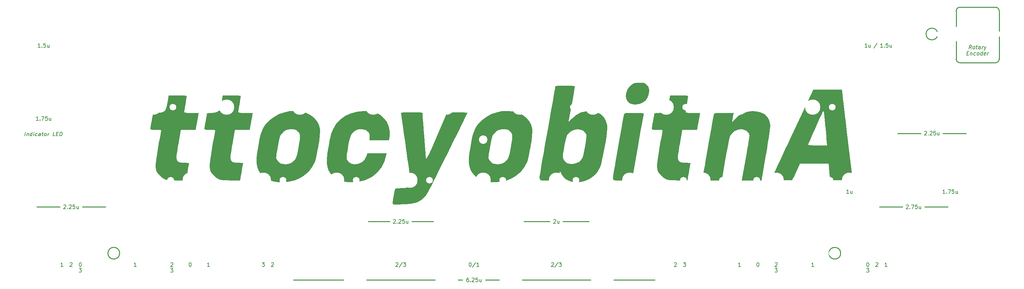
<source format=gbr>
G04 #@! TF.GenerationSoftware,KiCad,Pcbnew,(6.0.5)*
G04 #@! TF.CreationDate,2022-05-29T12:34:13-07:00*
G04 #@! TF.ProjectId,ttocyobItnA,74746f63-796f-4624-9974-6e412e6b6963,rev?*
G04 #@! TF.SameCoordinates,Original*
G04 #@! TF.FileFunction,Legend,Top*
G04 #@! TF.FilePolarity,Positive*
%FSLAX46Y46*%
G04 Gerber Fmt 4.6, Leading zero omitted, Abs format (unit mm)*
G04 Created by KiCad (PCBNEW (6.0.5)) date 2022-05-29 12:34:13*
%MOMM*%
%LPD*%
G01*
G04 APERTURE LIST*
%ADD10C,0.250000*%
%ADD11C,0.200000*%
%ADD12C,0.700000*%
%ADD13C,4.400000*%
%ADD14C,2.200000*%
%ADD15C,1.750000*%
%ADD16C,3.987800*%
%ADD17C,3.048000*%
%ADD18C,0.650000*%
%ADD19O,1.000000X1.600000*%
%ADD20O,1.000000X2.100000*%
G04 APERTURE END LIST*
D10*
X282506250Y-50000000D02*
G75*
G03*
X282506250Y-50000000I-1525000J0D01*
G01*
X272075000Y-75890000D02*
X278075000Y-75890000D01*
X185066250Y-98895000D02*
X191786350Y-98895000D01*
X257262500Y-107150000D02*
G75*
G03*
X257262500Y-107150000I-1525000J0D01*
G01*
X145775000Y-98895000D02*
X151305100Y-98895000D01*
X134432400Y-98895000D02*
X139962500Y-98895000D01*
X48237500Y-95085000D02*
X54237500Y-95085000D01*
X283887500Y-75890000D02*
X289887500Y-75890000D01*
X174443750Y-114135000D02*
X192256250Y-114135000D01*
X114912500Y-114135000D02*
X127962500Y-114135000D01*
X69762500Y-107150000D02*
G75*
G03*
X69762500Y-107150000I-1525000J0D01*
G01*
X165825000Y-77500000D02*
G75*
G03*
X165825000Y-77500000I-1525000J0D01*
G01*
X279125000Y-95085000D02*
X285125000Y-95085000D01*
X158918750Y-114135000D02*
X157775000Y-114135000D01*
X133962500Y-114135000D02*
X151775000Y-114135000D01*
X198256250Y-114135000D02*
X208925000Y-114135000D01*
X60050000Y-95085000D02*
X66050000Y-95085000D01*
X267312500Y-95085000D02*
X273312500Y-95085000D01*
X164918750Y-114135000D02*
X168443750Y-114135000D01*
X174913650Y-98895000D02*
X181553750Y-98895000D01*
D11*
X266765178Y-52404761D02*
X265908035Y-53690476D01*
X240214285Y-109697619D02*
X240261904Y-109650000D01*
X240357142Y-109602380D01*
X240595238Y-109602380D01*
X240690476Y-109650000D01*
X240738095Y-109697619D01*
X240785714Y-109792857D01*
X240785714Y-109888095D01*
X240738095Y-110030952D01*
X240166666Y-110602380D01*
X240785714Y-110602380D01*
X279052678Y-75437619D02*
X279100297Y-75390000D01*
X279195535Y-75342380D01*
X279433630Y-75342380D01*
X279528869Y-75390000D01*
X279576488Y-75437619D01*
X279624107Y-75532857D01*
X279624107Y-75628095D01*
X279576488Y-75770952D01*
X279005059Y-76342380D01*
X279624107Y-76342380D01*
X280052678Y-76247142D02*
X280100297Y-76294761D01*
X280052678Y-76342380D01*
X280005059Y-76294761D01*
X280052678Y-76247142D01*
X280052678Y-76342380D01*
X280481250Y-75437619D02*
X280528869Y-75390000D01*
X280624107Y-75342380D01*
X280862202Y-75342380D01*
X280957440Y-75390000D01*
X281005059Y-75437619D01*
X281052678Y-75532857D01*
X281052678Y-75628095D01*
X281005059Y-75770952D01*
X280433630Y-76342380D01*
X281052678Y-76342380D01*
X281957440Y-75342380D02*
X281481250Y-75342380D01*
X281433630Y-75818571D01*
X281481250Y-75770952D01*
X281576488Y-75723333D01*
X281814583Y-75723333D01*
X281909821Y-75770952D01*
X281957440Y-75818571D01*
X282005059Y-75913809D01*
X282005059Y-76151904D01*
X281957440Y-76247142D01*
X281909821Y-76294761D01*
X281814583Y-76342380D01*
X281576488Y-76342380D01*
X281481250Y-76294761D01*
X281433630Y-76247142D01*
X282862202Y-75675714D02*
X282862202Y-76342380D01*
X282433630Y-75675714D02*
X282433630Y-76199523D01*
X282481250Y-76294761D01*
X282576488Y-76342380D01*
X282719345Y-76342380D01*
X282814583Y-76294761D01*
X282862202Y-76247142D01*
X291221398Y-53894330D02*
X290947589Y-53418140D01*
X290649970Y-53894330D02*
X290774970Y-52894330D01*
X291155922Y-52894330D01*
X291245208Y-52941950D01*
X291286875Y-52989569D01*
X291322589Y-53084807D01*
X291304732Y-53227664D01*
X291245208Y-53322902D01*
X291191636Y-53370521D01*
X291090446Y-53418140D01*
X290709494Y-53418140D01*
X291792827Y-53894330D02*
X291703541Y-53846711D01*
X291661875Y-53799092D01*
X291626160Y-53703854D01*
X291661875Y-53418140D01*
X291721398Y-53322902D01*
X291774970Y-53275283D01*
X291876160Y-53227664D01*
X292019017Y-53227664D01*
X292108303Y-53275283D01*
X292149970Y-53322902D01*
X292185684Y-53418140D01*
X292149970Y-53703854D01*
X292090446Y-53799092D01*
X292036875Y-53846711D01*
X291935684Y-53894330D01*
X291792827Y-53894330D01*
X292495208Y-53227664D02*
X292876160Y-53227664D01*
X292679732Y-52894330D02*
X292572589Y-53751473D01*
X292608303Y-53846711D01*
X292697589Y-53894330D01*
X292792827Y-53894330D01*
X293554732Y-53894330D02*
X293620208Y-53370521D01*
X293584494Y-53275283D01*
X293495208Y-53227664D01*
X293304732Y-53227664D01*
X293203541Y-53275283D01*
X293560684Y-53846711D02*
X293459494Y-53894330D01*
X293221398Y-53894330D01*
X293132113Y-53846711D01*
X293096398Y-53751473D01*
X293108303Y-53656235D01*
X293167827Y-53560997D01*
X293269017Y-53513378D01*
X293507113Y-53513378D01*
X293608303Y-53465759D01*
X294030922Y-53894330D02*
X294114255Y-53227664D01*
X294090446Y-53418140D02*
X294149970Y-53322902D01*
X294203541Y-53275283D01*
X294304732Y-53227664D01*
X294399970Y-53227664D01*
X294638065Y-53227664D02*
X294792827Y-53894330D01*
X295114255Y-53227664D02*
X294792827Y-53894330D01*
X294667827Y-54132426D01*
X294614255Y-54180045D01*
X294513065Y-54227664D01*
X290120208Y-54980521D02*
X290453541Y-54980521D01*
X290530922Y-55504330D02*
X290054732Y-55504330D01*
X290179732Y-54504330D01*
X290655922Y-54504330D01*
X291042827Y-54837664D02*
X290959494Y-55504330D01*
X291030922Y-54932902D02*
X291084494Y-54885283D01*
X291185684Y-54837664D01*
X291328541Y-54837664D01*
X291417827Y-54885283D01*
X291453541Y-54980521D01*
X291388065Y-55504330D01*
X292298779Y-55456711D02*
X292197589Y-55504330D01*
X292007113Y-55504330D01*
X291917827Y-55456711D01*
X291876160Y-55409092D01*
X291840446Y-55313854D01*
X291876160Y-55028140D01*
X291935684Y-54932902D01*
X291989255Y-54885283D01*
X292090446Y-54837664D01*
X292280922Y-54837664D01*
X292370208Y-54885283D01*
X292864255Y-55504330D02*
X292774970Y-55456711D01*
X292733303Y-55409092D01*
X292697589Y-55313854D01*
X292733303Y-55028140D01*
X292792827Y-54932902D01*
X292846398Y-54885283D01*
X292947589Y-54837664D01*
X293090446Y-54837664D01*
X293179732Y-54885283D01*
X293221398Y-54932902D01*
X293257113Y-55028140D01*
X293221398Y-55313854D01*
X293161875Y-55409092D01*
X293108303Y-55456711D01*
X293007113Y-55504330D01*
X292864255Y-55504330D01*
X294054732Y-55504330D02*
X294179732Y-54504330D01*
X294060684Y-55456711D02*
X293959494Y-55504330D01*
X293769017Y-55504330D01*
X293679732Y-55456711D01*
X293638065Y-55409092D01*
X293602351Y-55313854D01*
X293638065Y-55028140D01*
X293697589Y-54932902D01*
X293751160Y-54885283D01*
X293852351Y-54837664D01*
X294042827Y-54837664D01*
X294132113Y-54885283D01*
X294917827Y-55456711D02*
X294816636Y-55504330D01*
X294626160Y-55504330D01*
X294536875Y-55456711D01*
X294501160Y-55361473D01*
X294548779Y-54980521D01*
X294608303Y-54885283D01*
X294709494Y-54837664D01*
X294899970Y-54837664D01*
X294989255Y-54885283D01*
X295024970Y-54980521D01*
X295013065Y-55075759D01*
X294524970Y-55170997D01*
X295388065Y-55504330D02*
X295471398Y-54837664D01*
X295447589Y-55028140D02*
X295507113Y-54932902D01*
X295560684Y-54885283D01*
X295661875Y-54837664D01*
X295757113Y-54837664D01*
X56858035Y-109697619D02*
X56905654Y-109650000D01*
X57000892Y-109602380D01*
X57238988Y-109602380D01*
X57334226Y-109650000D01*
X57381845Y-109697619D01*
X57429464Y-109792857D01*
X57429464Y-109888095D01*
X57381845Y-110030952D01*
X56810416Y-110602380D01*
X57429464Y-110602380D01*
X88052380Y-109602380D02*
X88147619Y-109602380D01*
X88242857Y-109650000D01*
X88290476Y-109697619D01*
X88338095Y-109792857D01*
X88385714Y-109983333D01*
X88385714Y-110221428D01*
X88338095Y-110411904D01*
X88290476Y-110507142D01*
X88242857Y-110554761D01*
X88147619Y-110602380D01*
X88052380Y-110602380D01*
X87957142Y-110554761D01*
X87909523Y-110507142D01*
X87861904Y-110411904D01*
X87814285Y-110221428D01*
X87814285Y-109983333D01*
X87861904Y-109792857D01*
X87909523Y-109697619D01*
X87957142Y-109650000D01*
X88052380Y-109602380D01*
X160466369Y-113587380D02*
X160275892Y-113587380D01*
X160180654Y-113635000D01*
X160133035Y-113682619D01*
X160037797Y-113825476D01*
X159990178Y-114015952D01*
X159990178Y-114396904D01*
X160037797Y-114492142D01*
X160085416Y-114539761D01*
X160180654Y-114587380D01*
X160371130Y-114587380D01*
X160466369Y-114539761D01*
X160513988Y-114492142D01*
X160561607Y-114396904D01*
X160561607Y-114158809D01*
X160513988Y-114063571D01*
X160466369Y-114015952D01*
X160371130Y-113968333D01*
X160180654Y-113968333D01*
X160085416Y-114015952D01*
X160037797Y-114063571D01*
X159990178Y-114158809D01*
X160990178Y-114492142D02*
X161037797Y-114539761D01*
X160990178Y-114587380D01*
X160942559Y-114539761D01*
X160990178Y-114492142D01*
X160990178Y-114587380D01*
X161418750Y-113682619D02*
X161466369Y-113635000D01*
X161561607Y-113587380D01*
X161799702Y-113587380D01*
X161894940Y-113635000D01*
X161942559Y-113682619D01*
X161990178Y-113777857D01*
X161990178Y-113873095D01*
X161942559Y-114015952D01*
X161371130Y-114587380D01*
X161990178Y-114587380D01*
X162894940Y-113587380D02*
X162418750Y-113587380D01*
X162371130Y-114063571D01*
X162418750Y-114015952D01*
X162513988Y-113968333D01*
X162752083Y-113968333D01*
X162847321Y-114015952D01*
X162894940Y-114063571D01*
X162942559Y-114158809D01*
X162942559Y-114396904D01*
X162894940Y-114492142D01*
X162847321Y-114539761D01*
X162752083Y-114587380D01*
X162513988Y-114587380D01*
X162418750Y-114539761D01*
X162371130Y-114492142D01*
X163799702Y-113920714D02*
X163799702Y-114587380D01*
X163371130Y-113920714D02*
X163371130Y-114444523D01*
X163418750Y-114539761D01*
X163513988Y-114587380D01*
X163656845Y-114587380D01*
X163752083Y-114539761D01*
X163799702Y-114492142D01*
X55215178Y-94632619D02*
X55262797Y-94585000D01*
X55358035Y-94537380D01*
X55596130Y-94537380D01*
X55691369Y-94585000D01*
X55738988Y-94632619D01*
X55786607Y-94727857D01*
X55786607Y-94823095D01*
X55738988Y-94965952D01*
X55167559Y-95537380D01*
X55786607Y-95537380D01*
X56215178Y-95442142D02*
X56262797Y-95489761D01*
X56215178Y-95537380D01*
X56167559Y-95489761D01*
X56215178Y-95442142D01*
X56215178Y-95537380D01*
X56643750Y-94632619D02*
X56691369Y-94585000D01*
X56786607Y-94537380D01*
X57024702Y-94537380D01*
X57119940Y-94585000D01*
X57167559Y-94632619D01*
X57215178Y-94727857D01*
X57215178Y-94823095D01*
X57167559Y-94965952D01*
X56596130Y-95537380D01*
X57215178Y-95537380D01*
X58119940Y-94537380D02*
X57643750Y-94537380D01*
X57596130Y-95013571D01*
X57643750Y-94965952D01*
X57738988Y-94918333D01*
X57977083Y-94918333D01*
X58072321Y-94965952D01*
X58119940Y-95013571D01*
X58167559Y-95108809D01*
X58167559Y-95346904D01*
X58119940Y-95442142D01*
X58072321Y-95489761D01*
X57977083Y-95537380D01*
X57738988Y-95537380D01*
X57643750Y-95489761D01*
X57596130Y-95442142D01*
X59024702Y-94870714D02*
X59024702Y-95537380D01*
X58596130Y-94870714D02*
X58596130Y-95394523D01*
X58643750Y-95489761D01*
X58738988Y-95537380D01*
X58881845Y-95537380D01*
X58977083Y-95489761D01*
X59024702Y-95442142D01*
X83004166Y-111102380D02*
X83623214Y-111102380D01*
X83289880Y-111483333D01*
X83432738Y-111483333D01*
X83527976Y-111530952D01*
X83575595Y-111578571D01*
X83623214Y-111673809D01*
X83623214Y-111911904D01*
X83575595Y-112007142D01*
X83527976Y-112054761D01*
X83432738Y-112102380D01*
X83147023Y-112102380D01*
X83051785Y-112054761D01*
X83004166Y-112007142D01*
X268194047Y-53452380D02*
X267622619Y-53452380D01*
X267908333Y-53452380D02*
X267908333Y-52452380D01*
X267813095Y-52595238D01*
X267717857Y-52690476D01*
X267622619Y-52738095D01*
X268622619Y-53357142D02*
X268670238Y-53404761D01*
X268622619Y-53452380D01*
X268575000Y-53404761D01*
X268622619Y-53357142D01*
X268622619Y-53452380D01*
X269575000Y-52452380D02*
X269098809Y-52452380D01*
X269051190Y-52928571D01*
X269098809Y-52880952D01*
X269194047Y-52833333D01*
X269432142Y-52833333D01*
X269527380Y-52880952D01*
X269575000Y-52928571D01*
X269622619Y-53023809D01*
X269622619Y-53261904D01*
X269575000Y-53357142D01*
X269527380Y-53404761D01*
X269432142Y-53452380D01*
X269194047Y-53452380D01*
X269098809Y-53404761D01*
X269051190Y-53357142D01*
X270479761Y-52785714D02*
X270479761Y-53452380D01*
X270051190Y-52785714D02*
X270051190Y-53309523D01*
X270098809Y-53404761D01*
X270194047Y-53452380D01*
X270336904Y-53452380D01*
X270432142Y-53404761D01*
X270479761Y-53357142D01*
X231260714Y-110602380D02*
X230689285Y-110602380D01*
X230975000Y-110602380D02*
X230975000Y-109602380D01*
X230879761Y-109745238D01*
X230784523Y-109840476D01*
X230689285Y-109888095D01*
X216354166Y-109602380D02*
X216973214Y-109602380D01*
X216639880Y-109983333D01*
X216782738Y-109983333D01*
X216877976Y-110030952D01*
X216925595Y-110078571D01*
X216973214Y-110173809D01*
X216973214Y-110411904D01*
X216925595Y-110507142D01*
X216877976Y-110554761D01*
X216782738Y-110602380D01*
X216497023Y-110602380D01*
X216401785Y-110554761D01*
X216354166Y-110507142D01*
X266408035Y-109697619D02*
X266455654Y-109650000D01*
X266550892Y-109602380D01*
X266788988Y-109602380D01*
X266884226Y-109650000D01*
X266931845Y-109697619D01*
X266979464Y-109792857D01*
X266979464Y-109888095D01*
X266931845Y-110030952D01*
X266360416Y-110602380D01*
X266979464Y-110602380D01*
X235689880Y-109602380D02*
X235785119Y-109602380D01*
X235880357Y-109650000D01*
X235927976Y-109697619D01*
X235975595Y-109792857D01*
X236023214Y-109983333D01*
X236023214Y-110221428D01*
X235975595Y-110411904D01*
X235927976Y-110507142D01*
X235880357Y-110554761D01*
X235785119Y-110602380D01*
X235689880Y-110602380D01*
X235594642Y-110554761D01*
X235547023Y-110507142D01*
X235499404Y-110411904D01*
X235451785Y-110221428D01*
X235451785Y-109983333D01*
X235499404Y-109792857D01*
X235547023Y-109697619D01*
X235594642Y-109650000D01*
X235689880Y-109602380D01*
X274290178Y-94632619D02*
X274337797Y-94585000D01*
X274433035Y-94537380D01*
X274671130Y-94537380D01*
X274766369Y-94585000D01*
X274813988Y-94632619D01*
X274861607Y-94727857D01*
X274861607Y-94823095D01*
X274813988Y-94965952D01*
X274242559Y-95537380D01*
X274861607Y-95537380D01*
X275290178Y-95442142D02*
X275337797Y-95489761D01*
X275290178Y-95537380D01*
X275242559Y-95489761D01*
X275290178Y-95442142D01*
X275290178Y-95537380D01*
X275671130Y-94537380D02*
X276337797Y-94537380D01*
X275909226Y-95537380D01*
X277194940Y-94537380D02*
X276718750Y-94537380D01*
X276671130Y-95013571D01*
X276718750Y-94965952D01*
X276813988Y-94918333D01*
X277052083Y-94918333D01*
X277147321Y-94965952D01*
X277194940Y-95013571D01*
X277242559Y-95108809D01*
X277242559Y-95346904D01*
X277194940Y-95442142D01*
X277147321Y-95489761D01*
X277052083Y-95537380D01*
X276813988Y-95537380D01*
X276718750Y-95489761D01*
X276671130Y-95442142D01*
X278099702Y-94870714D02*
X278099702Y-95537380D01*
X277671130Y-94870714D02*
X277671130Y-95394523D01*
X277718750Y-95489761D01*
X277813988Y-95537380D01*
X277956845Y-95537380D01*
X278052083Y-95489761D01*
X278099702Y-95442142D01*
X264264880Y-109602380D02*
X264360119Y-109602380D01*
X264455357Y-109650000D01*
X264502976Y-109697619D01*
X264550595Y-109792857D01*
X264598214Y-109983333D01*
X264598214Y-110221428D01*
X264550595Y-110411904D01*
X264502976Y-110507142D01*
X264455357Y-110554761D01*
X264360119Y-110602380D01*
X264264880Y-110602380D01*
X264169642Y-110554761D01*
X264122023Y-110507142D01*
X264074404Y-110411904D01*
X264026785Y-110221428D01*
X264026785Y-109983333D01*
X264074404Y-109792857D01*
X264122023Y-109697619D01*
X264169642Y-109650000D01*
X264264880Y-109602380D01*
X109245535Y-109697619D02*
X109293154Y-109650000D01*
X109388392Y-109602380D01*
X109626488Y-109602380D01*
X109721726Y-109650000D01*
X109769345Y-109697619D01*
X109816964Y-109792857D01*
X109816964Y-109888095D01*
X109769345Y-110030952D01*
X109197916Y-110602380D01*
X109816964Y-110602380D01*
X263979166Y-111102380D02*
X264598214Y-111102380D01*
X264264880Y-111483333D01*
X264407738Y-111483333D01*
X264502976Y-111530952D01*
X264550595Y-111578571D01*
X264598214Y-111673809D01*
X264598214Y-111911904D01*
X264550595Y-112007142D01*
X264502976Y-112054761D01*
X264407738Y-112102380D01*
X264122023Y-112102380D01*
X264026785Y-112054761D01*
X263979166Y-112007142D01*
X140940178Y-98442619D02*
X140987797Y-98395000D01*
X141083035Y-98347380D01*
X141321130Y-98347380D01*
X141416369Y-98395000D01*
X141463988Y-98442619D01*
X141511607Y-98537857D01*
X141511607Y-98633095D01*
X141463988Y-98775952D01*
X140892559Y-99347380D01*
X141511607Y-99347380D01*
X141940178Y-99252142D02*
X141987797Y-99299761D01*
X141940178Y-99347380D01*
X141892559Y-99299761D01*
X141940178Y-99252142D01*
X141940178Y-99347380D01*
X142368750Y-98442619D02*
X142416369Y-98395000D01*
X142511607Y-98347380D01*
X142749702Y-98347380D01*
X142844940Y-98395000D01*
X142892559Y-98442619D01*
X142940178Y-98537857D01*
X142940178Y-98633095D01*
X142892559Y-98775952D01*
X142321130Y-99347380D01*
X142940178Y-99347380D01*
X143844940Y-98347380D02*
X143368750Y-98347380D01*
X143321130Y-98823571D01*
X143368750Y-98775952D01*
X143463988Y-98728333D01*
X143702083Y-98728333D01*
X143797321Y-98775952D01*
X143844940Y-98823571D01*
X143892559Y-98918809D01*
X143892559Y-99156904D01*
X143844940Y-99252142D01*
X143797321Y-99299761D01*
X143702083Y-99347380D01*
X143463988Y-99347380D01*
X143368750Y-99299761D01*
X143321130Y-99252142D01*
X144749702Y-98680714D02*
X144749702Y-99347380D01*
X144321130Y-98680714D02*
X144321130Y-99204523D01*
X144368750Y-99299761D01*
X144463988Y-99347380D01*
X144606845Y-99347380D01*
X144702083Y-99299761D01*
X144749702Y-99252142D01*
X106816666Y-109602380D02*
X107435714Y-109602380D01*
X107102380Y-109983333D01*
X107245238Y-109983333D01*
X107340476Y-110030952D01*
X107388095Y-110078571D01*
X107435714Y-110173809D01*
X107435714Y-110411904D01*
X107388095Y-110507142D01*
X107340476Y-110554761D01*
X107245238Y-110602380D01*
X106959523Y-110602380D01*
X106864285Y-110554761D01*
X106816666Y-110507142D01*
X48642857Y-72502380D02*
X48071428Y-72502380D01*
X48357142Y-72502380D02*
X48357142Y-71502380D01*
X48261904Y-71645238D01*
X48166666Y-71740476D01*
X48071428Y-71788095D01*
X49071428Y-72407142D02*
X49119047Y-72454761D01*
X49071428Y-72502380D01*
X49023809Y-72454761D01*
X49071428Y-72407142D01*
X49071428Y-72502380D01*
X49452380Y-71502380D02*
X50119047Y-71502380D01*
X49690476Y-72502380D01*
X50976190Y-71502380D02*
X50500000Y-71502380D01*
X50452380Y-71978571D01*
X50500000Y-71930952D01*
X50595238Y-71883333D01*
X50833333Y-71883333D01*
X50928571Y-71930952D01*
X50976190Y-71978571D01*
X51023809Y-72073809D01*
X51023809Y-72311904D01*
X50976190Y-72407142D01*
X50928571Y-72454761D01*
X50833333Y-72502380D01*
X50595238Y-72502380D01*
X50500000Y-72454761D01*
X50452380Y-72407142D01*
X51880952Y-71835714D02*
X51880952Y-72502380D01*
X51452380Y-71835714D02*
X51452380Y-72359523D01*
X51500000Y-72454761D01*
X51595238Y-72502380D01*
X51738095Y-72502380D01*
X51833333Y-72454761D01*
X51880952Y-72407142D01*
X284386607Y-91552380D02*
X283815178Y-91552380D01*
X284100892Y-91552380D02*
X284100892Y-90552380D01*
X284005654Y-90695238D01*
X283910416Y-90790476D01*
X283815178Y-90838095D01*
X284815178Y-91457142D02*
X284862797Y-91504761D01*
X284815178Y-91552380D01*
X284767559Y-91504761D01*
X284815178Y-91457142D01*
X284815178Y-91552380D01*
X285196130Y-90552380D02*
X285862797Y-90552380D01*
X285434226Y-91552380D01*
X286719940Y-90552380D02*
X286243750Y-90552380D01*
X286196130Y-91028571D01*
X286243750Y-90980952D01*
X286338988Y-90933333D01*
X286577083Y-90933333D01*
X286672321Y-90980952D01*
X286719940Y-91028571D01*
X286767559Y-91123809D01*
X286767559Y-91361904D01*
X286719940Y-91457142D01*
X286672321Y-91504761D01*
X286577083Y-91552380D01*
X286338988Y-91552380D01*
X286243750Y-91504761D01*
X286196130Y-91457142D01*
X287624702Y-90885714D02*
X287624702Y-91552380D01*
X287196130Y-90885714D02*
X287196130Y-91409523D01*
X287243750Y-91504761D01*
X287338988Y-91552380D01*
X287481845Y-91552380D01*
X287577083Y-91504761D01*
X287624702Y-91457142D01*
X141583035Y-109697619D02*
X141630654Y-109650000D01*
X141725892Y-109602380D01*
X141963988Y-109602380D01*
X142059226Y-109650000D01*
X142106845Y-109697619D01*
X142154464Y-109792857D01*
X142154464Y-109888095D01*
X142106845Y-110030952D01*
X141535416Y-110602380D01*
X142154464Y-110602380D01*
X143297321Y-109554761D02*
X142440178Y-110840476D01*
X143535416Y-109602380D02*
X144154464Y-109602380D01*
X143821130Y-109983333D01*
X143963988Y-109983333D01*
X144059226Y-110030952D01*
X144106845Y-110078571D01*
X144154464Y-110173809D01*
X144154464Y-110411904D01*
X144106845Y-110507142D01*
X144059226Y-110554761D01*
X143963988Y-110602380D01*
X143678273Y-110602380D01*
X143583035Y-110554761D01*
X143535416Y-110507142D01*
X59477380Y-109602380D02*
X59572619Y-109602380D01*
X59667857Y-109650000D01*
X59715476Y-109697619D01*
X59763095Y-109792857D01*
X59810714Y-109983333D01*
X59810714Y-110221428D01*
X59763095Y-110411904D01*
X59715476Y-110507142D01*
X59667857Y-110554761D01*
X59572619Y-110602380D01*
X59477380Y-110602380D01*
X59382142Y-110554761D01*
X59334523Y-110507142D01*
X59286904Y-110411904D01*
X59239285Y-110221428D01*
X59239285Y-109983333D01*
X59286904Y-109792857D01*
X59334523Y-109697619D01*
X59382142Y-109650000D01*
X59477380Y-109602380D01*
X74098214Y-110602380D02*
X73526785Y-110602380D01*
X73812500Y-110602380D02*
X73812500Y-109602380D01*
X73717261Y-109745238D01*
X73622023Y-109840476D01*
X73526785Y-109888095D01*
X45095803Y-76552380D02*
X45220803Y-75552380D01*
X45655327Y-75885714D02*
X45571994Y-76552380D01*
X45643422Y-75980952D02*
X45696994Y-75933333D01*
X45798184Y-75885714D01*
X45941041Y-75885714D01*
X46030327Y-75933333D01*
X46066041Y-76028571D01*
X46000565Y-76552380D01*
X46905327Y-76552380D02*
X47030327Y-75552380D01*
X46911279Y-76504761D02*
X46810089Y-76552380D01*
X46619613Y-76552380D01*
X46530327Y-76504761D01*
X46488660Y-76457142D01*
X46452946Y-76361904D01*
X46488660Y-76076190D01*
X46548184Y-75980952D01*
X46601755Y-75933333D01*
X46702946Y-75885714D01*
X46893422Y-75885714D01*
X46982708Y-75933333D01*
X47381517Y-76552380D02*
X47464851Y-75885714D01*
X47506517Y-75552380D02*
X47452946Y-75600000D01*
X47494613Y-75647619D01*
X47548184Y-75600000D01*
X47506517Y-75552380D01*
X47494613Y-75647619D01*
X48292232Y-76504761D02*
X48191041Y-76552380D01*
X48000565Y-76552380D01*
X47911279Y-76504761D01*
X47869613Y-76457142D01*
X47833898Y-76361904D01*
X47869613Y-76076190D01*
X47929136Y-75980952D01*
X47982708Y-75933333D01*
X48083898Y-75885714D01*
X48274375Y-75885714D01*
X48363660Y-75933333D01*
X49143422Y-76552380D02*
X49208898Y-76028571D01*
X49173184Y-75933333D01*
X49083898Y-75885714D01*
X48893422Y-75885714D01*
X48792232Y-75933333D01*
X49149375Y-76504761D02*
X49048184Y-76552380D01*
X48810089Y-76552380D01*
X48720803Y-76504761D01*
X48685089Y-76409523D01*
X48696994Y-76314285D01*
X48756517Y-76219047D01*
X48857708Y-76171428D01*
X49095803Y-76171428D01*
X49196994Y-76123809D01*
X49560089Y-75885714D02*
X49941041Y-75885714D01*
X49744613Y-75552380D02*
X49637470Y-76409523D01*
X49673184Y-76504761D01*
X49762470Y-76552380D01*
X49857708Y-76552380D01*
X50333898Y-76552380D02*
X50244613Y-76504761D01*
X50202946Y-76457142D01*
X50167232Y-76361904D01*
X50202946Y-76076190D01*
X50262470Y-75980952D01*
X50316041Y-75933333D01*
X50417232Y-75885714D01*
X50560089Y-75885714D01*
X50649375Y-75933333D01*
X50691041Y-75980952D01*
X50726755Y-76076190D01*
X50691041Y-76361904D01*
X50631517Y-76457142D01*
X50577946Y-76504761D01*
X50476755Y-76552380D01*
X50333898Y-76552380D01*
X51095803Y-76552380D02*
X51179136Y-75885714D01*
X51155327Y-76076190D02*
X51214851Y-75980952D01*
X51268422Y-75933333D01*
X51369613Y-75885714D01*
X51464851Y-75885714D01*
X52952946Y-76552380D02*
X52476755Y-76552380D01*
X52601755Y-75552380D01*
X53351755Y-76028571D02*
X53685089Y-76028571D01*
X53762470Y-76552380D02*
X53286279Y-76552380D01*
X53411279Y-75552380D01*
X53887470Y-75552380D01*
X54191041Y-76552380D02*
X54316041Y-75552380D01*
X54554136Y-75552380D01*
X54691041Y-75600000D01*
X54774375Y-75695238D01*
X54810089Y-75790476D01*
X54833898Y-75980952D01*
X54816041Y-76123809D01*
X54744613Y-76314285D01*
X54685089Y-76409523D01*
X54577946Y-76504761D01*
X54429136Y-76552380D01*
X54191041Y-76552380D01*
X59191666Y-111102380D02*
X59810714Y-111102380D01*
X59477380Y-111483333D01*
X59620238Y-111483333D01*
X59715476Y-111530952D01*
X59763095Y-111578571D01*
X59810714Y-111673809D01*
X59810714Y-111911904D01*
X59763095Y-112007142D01*
X59715476Y-112054761D01*
X59620238Y-112102380D01*
X59334523Y-112102380D01*
X59239285Y-112054761D01*
X59191666Y-112007142D01*
X49119047Y-53452380D02*
X48547619Y-53452380D01*
X48833333Y-53452380D02*
X48833333Y-52452380D01*
X48738095Y-52595238D01*
X48642857Y-52690476D01*
X48547619Y-52738095D01*
X49547619Y-53357142D02*
X49595238Y-53404761D01*
X49547619Y-53452380D01*
X49500000Y-53404761D01*
X49547619Y-53357142D01*
X49547619Y-53452380D01*
X50500000Y-52452380D02*
X50023809Y-52452380D01*
X49976190Y-52928571D01*
X50023809Y-52880952D01*
X50119047Y-52833333D01*
X50357142Y-52833333D01*
X50452380Y-52880952D01*
X50500000Y-52928571D01*
X50547619Y-53023809D01*
X50547619Y-53261904D01*
X50500000Y-53357142D01*
X50452380Y-53404761D01*
X50357142Y-53452380D01*
X50119047Y-53452380D01*
X50023809Y-53404761D01*
X49976190Y-53357142D01*
X51404761Y-52785714D02*
X51404761Y-53452380D01*
X50976190Y-52785714D02*
X50976190Y-53309523D01*
X51023809Y-53404761D01*
X51119047Y-53452380D01*
X51261904Y-53452380D01*
X51357142Y-53404761D01*
X51404761Y-53357142D01*
X259383333Y-91552380D02*
X258811904Y-91552380D01*
X259097619Y-91552380D02*
X259097619Y-90552380D01*
X259002380Y-90695238D01*
X258907142Y-90790476D01*
X258811904Y-90838095D01*
X260240476Y-90885714D02*
X260240476Y-91552380D01*
X259811904Y-90885714D02*
X259811904Y-91409523D01*
X259859523Y-91504761D01*
X259954761Y-91552380D01*
X260097619Y-91552380D01*
X260192857Y-91504761D01*
X260240476Y-91457142D01*
X269360714Y-110602380D02*
X268789285Y-110602380D01*
X269075000Y-110602380D02*
X269075000Y-109602380D01*
X268979761Y-109745238D01*
X268884523Y-109840476D01*
X268789285Y-109888095D01*
X182064285Y-109697619D02*
X182111904Y-109650000D01*
X182207142Y-109602380D01*
X182445238Y-109602380D01*
X182540476Y-109650000D01*
X182588095Y-109697619D01*
X182635714Y-109792857D01*
X182635714Y-109888095D01*
X182588095Y-110030952D01*
X182016666Y-110602380D01*
X182635714Y-110602380D01*
X183778571Y-109554761D02*
X182921428Y-110840476D01*
X184016666Y-109602380D02*
X184635714Y-109602380D01*
X184302380Y-109983333D01*
X184445238Y-109983333D01*
X184540476Y-110030952D01*
X184588095Y-110078571D01*
X184635714Y-110173809D01*
X184635714Y-110411904D01*
X184588095Y-110507142D01*
X184540476Y-110554761D01*
X184445238Y-110602380D01*
X184159523Y-110602380D01*
X184064285Y-110554761D01*
X184016666Y-110507142D01*
X160871130Y-109602380D02*
X160966369Y-109602380D01*
X161061607Y-109650000D01*
X161109226Y-109697619D01*
X161156845Y-109792857D01*
X161204464Y-109983333D01*
X161204464Y-110221428D01*
X161156845Y-110411904D01*
X161109226Y-110507142D01*
X161061607Y-110554761D01*
X160966369Y-110602380D01*
X160871130Y-110602380D01*
X160775892Y-110554761D01*
X160728273Y-110507142D01*
X160680654Y-110411904D01*
X160633035Y-110221428D01*
X160633035Y-109983333D01*
X160680654Y-109792857D01*
X160728273Y-109697619D01*
X160775892Y-109650000D01*
X160871130Y-109602380D01*
X162347321Y-109554761D02*
X161490178Y-110840476D01*
X163204464Y-110602380D02*
X162633035Y-110602380D01*
X162918750Y-110602380D02*
X162918750Y-109602380D01*
X162823511Y-109745238D01*
X162728273Y-109840476D01*
X162633035Y-109888095D01*
X83051785Y-109697619D02*
X83099404Y-109650000D01*
X83194642Y-109602380D01*
X83432738Y-109602380D01*
X83527976Y-109650000D01*
X83575595Y-109697619D01*
X83623214Y-109792857D01*
X83623214Y-109888095D01*
X83575595Y-110030952D01*
X83004166Y-110602380D01*
X83623214Y-110602380D01*
X250310714Y-110602380D02*
X249739285Y-110602380D01*
X250025000Y-110602380D02*
X250025000Y-109602380D01*
X249929761Y-109745238D01*
X249834523Y-109840476D01*
X249739285Y-109888095D01*
X214020535Y-109697619D02*
X214068154Y-109650000D01*
X214163392Y-109602380D01*
X214401488Y-109602380D01*
X214496726Y-109650000D01*
X214544345Y-109697619D01*
X214591964Y-109792857D01*
X214591964Y-109888095D01*
X214544345Y-110030952D01*
X213972916Y-110602380D01*
X214591964Y-110602380D01*
X93148214Y-110602380D02*
X92576785Y-110602380D01*
X92862500Y-110602380D02*
X92862500Y-109602380D01*
X92767261Y-109745238D01*
X92672023Y-109840476D01*
X92576785Y-109888095D01*
X264145833Y-53452380D02*
X263574404Y-53452380D01*
X263860119Y-53452380D02*
X263860119Y-52452380D01*
X263764880Y-52595238D01*
X263669642Y-52690476D01*
X263574404Y-52738095D01*
X265002976Y-52785714D02*
X265002976Y-53452380D01*
X264574404Y-52785714D02*
X264574404Y-53309523D01*
X264622023Y-53404761D01*
X264717261Y-53452380D01*
X264860119Y-53452380D01*
X264955357Y-53404761D01*
X265002976Y-53357142D01*
X240166666Y-111102380D02*
X240785714Y-111102380D01*
X240452380Y-111483333D01*
X240595238Y-111483333D01*
X240690476Y-111530952D01*
X240738095Y-111578571D01*
X240785714Y-111673809D01*
X240785714Y-111911904D01*
X240738095Y-112007142D01*
X240690476Y-112054761D01*
X240595238Y-112102380D01*
X240309523Y-112102380D01*
X240214285Y-112054761D01*
X240166666Y-112007142D01*
X182611904Y-98442619D02*
X182659523Y-98395000D01*
X182754761Y-98347380D01*
X182992857Y-98347380D01*
X183088095Y-98395000D01*
X183135714Y-98442619D01*
X183183333Y-98537857D01*
X183183333Y-98633095D01*
X183135714Y-98775952D01*
X182564285Y-99347380D01*
X183183333Y-99347380D01*
X184040476Y-98680714D02*
X184040476Y-99347380D01*
X183611904Y-98680714D02*
X183611904Y-99204523D01*
X183659523Y-99299761D01*
X183754761Y-99347380D01*
X183897619Y-99347380D01*
X183992857Y-99299761D01*
X184040476Y-99252142D01*
X55048214Y-110602380D02*
X54476785Y-110602380D01*
X54762500Y-110602380D02*
X54762500Y-109602380D01*
X54667261Y-109745238D01*
X54572023Y-109840476D01*
X54476785Y-109888095D01*
D10*
X297487500Y-57500000D02*
X288287500Y-57500000D01*
X297487500Y-43000000D02*
X288287500Y-43000000D01*
X287287500Y-56500000D02*
X287287500Y-44000000D01*
X298487500Y-56500000D02*
X298487500Y-44000000D01*
X287287500Y-56500000D02*
G75*
G03*
X288287500Y-57500000I999999J-1D01*
G01*
X288287500Y-43000000D02*
G75*
G03*
X287287500Y-44000000I-1J-999999D01*
G01*
X297487500Y-57500000D02*
G75*
G03*
X298487500Y-56500000I0J1000000D01*
G01*
X298487500Y-44000000D02*
G75*
G03*
X297487500Y-43000000I-1000000J0D01*
G01*
G36*
X216239425Y-66009894D02*
G01*
X216921944Y-66033997D01*
X217349671Y-66078980D01*
X217564417Y-66148780D01*
X217610972Y-66224072D01*
X217581697Y-66473178D01*
X217502410Y-66977001D01*
X217385917Y-67657471D01*
X217272306Y-68288735D01*
X217134955Y-69055448D01*
X217024371Y-69709165D01*
X216953359Y-70171813D01*
X216933639Y-70353397D01*
X217016988Y-70455196D01*
X217296633Y-70522484D01*
X217816965Y-70560475D01*
X218622379Y-70574384D01*
X218817948Y-70574735D01*
X220702257Y-70574735D01*
X220591894Y-71294402D01*
X220509413Y-71801749D01*
X220388320Y-72510363D01*
X220251245Y-73288428D01*
X220213993Y-73495735D01*
X219946455Y-74977402D01*
X218016713Y-74977402D01*
X217253695Y-74980871D01*
X216633025Y-74990297D01*
X216221883Y-75004206D01*
X216086436Y-75019735D01*
X216057830Y-75191427D01*
X215978373Y-75645461D01*
X215857094Y-76330844D01*
X215703019Y-77196586D01*
X215525178Y-78191697D01*
X215494306Y-78364068D01*
X215310167Y-79422052D01*
X215149347Y-80403795D01*
X215021398Y-81246201D01*
X214935874Y-81886173D01*
X214902329Y-82260613D01*
X214902175Y-82274824D01*
X214975892Y-82814662D01*
X215227546Y-83188855D01*
X215701222Y-83426002D01*
X216441003Y-83554704D01*
X216925328Y-83587365D01*
X218237171Y-83646939D01*
X217928885Y-85365837D01*
X217787498Y-86155002D01*
X217658437Y-86876851D01*
X217560011Y-87428916D01*
X217523446Y-87635068D01*
X217426293Y-88185402D01*
X215020966Y-88172519D01*
X213979948Y-88151601D01*
X213091281Y-88103715D01*
X212418726Y-88033555D01*
X212046184Y-87953560D01*
X211300429Y-87557022D01*
X210580384Y-86960489D01*
X210006615Y-86273623D01*
X209805234Y-85915278D01*
X209607071Y-85296810D01*
X209495432Y-84596126D01*
X209486691Y-84394506D01*
X209513911Y-84047890D01*
X209591062Y-83426213D01*
X209708822Y-82587859D01*
X209857869Y-81591211D01*
X210028881Y-80494651D01*
X210212537Y-79356562D01*
X210399514Y-78235327D01*
X210580492Y-77189328D01*
X210746147Y-76276949D01*
X210887159Y-75556572D01*
X210929452Y-75358402D01*
X210954680Y-75174124D01*
X210888816Y-75061523D01*
X210668970Y-75002961D01*
X210232248Y-74980801D01*
X209570865Y-74977402D01*
X208808669Y-74961094D01*
X208346221Y-74908494D01*
X208146003Y-74814088D01*
X208130877Y-74765735D01*
X208160862Y-74520812D01*
X208240108Y-74020412D01*
X208355885Y-73342001D01*
X208469544Y-72705047D01*
X208605078Y-71947396D01*
X208714454Y-71313106D01*
X208785197Y-70876029D01*
X208805639Y-70715380D01*
X208959279Y-70640383D01*
X209357762Y-70589360D01*
X209796370Y-70574735D01*
X210818391Y-70499879D01*
X211551825Y-70271458D01*
X212012808Y-69883688D01*
X212092083Y-69752043D01*
X212220642Y-69392768D01*
X212377032Y-68798382D01*
X212536474Y-68068327D01*
X212614933Y-67653735D01*
X212909630Y-66002735D01*
X215260301Y-66002735D01*
X216239425Y-66009894D01*
G37*
G36*
X85852758Y-66009894D02*
G01*
X86535278Y-66033997D01*
X86963004Y-66078980D01*
X87177750Y-66148780D01*
X87224306Y-66224072D01*
X87195031Y-66473178D01*
X87115744Y-66977001D01*
X86999251Y-67657471D01*
X86885639Y-68288735D01*
X86748289Y-69055448D01*
X86637705Y-69709165D01*
X86566692Y-70171813D01*
X86546972Y-70353397D01*
X86630322Y-70455196D01*
X86909966Y-70522484D01*
X87430299Y-70560475D01*
X88235712Y-70574384D01*
X88431281Y-70574735D01*
X90315590Y-70574735D01*
X90205227Y-71294402D01*
X90122746Y-71801749D01*
X90001654Y-72510363D01*
X89864579Y-73288428D01*
X89827326Y-73495735D01*
X89559788Y-74977402D01*
X87630047Y-74977402D01*
X86867029Y-74980871D01*
X86246359Y-74990297D01*
X85835216Y-75004206D01*
X85699770Y-75019735D01*
X85671164Y-75191427D01*
X85591707Y-75645461D01*
X85470427Y-76330844D01*
X85316353Y-77196586D01*
X85138512Y-78191697D01*
X85107639Y-78364068D01*
X84923501Y-79422052D01*
X84762680Y-80403795D01*
X84634732Y-81246201D01*
X84549208Y-81886173D01*
X84515662Y-82260613D01*
X84515508Y-82274824D01*
X84589225Y-82814662D01*
X84840880Y-83188855D01*
X85314555Y-83426002D01*
X86054336Y-83554704D01*
X86538662Y-83587365D01*
X87850505Y-83646939D01*
X87542219Y-85365837D01*
X87400831Y-86155002D01*
X87271770Y-86876851D01*
X87173344Y-87428916D01*
X87136779Y-87635068D01*
X87039626Y-88185402D01*
X84634299Y-88172519D01*
X83593281Y-88151601D01*
X82704614Y-88103715D01*
X82032059Y-88033555D01*
X81659517Y-87953560D01*
X80913762Y-87557022D01*
X80193717Y-86960489D01*
X79619949Y-86273623D01*
X79418567Y-85915278D01*
X79220404Y-85296810D01*
X79108765Y-84596126D01*
X79100024Y-84394506D01*
X79127245Y-84047890D01*
X79204396Y-83426213D01*
X79322156Y-82587859D01*
X79471202Y-81591211D01*
X79642215Y-80494651D01*
X79825870Y-79356562D01*
X80012848Y-78235327D01*
X80193825Y-77189328D01*
X80359481Y-76276949D01*
X80500493Y-75556572D01*
X80542785Y-75358402D01*
X80568013Y-75174124D01*
X80502150Y-75061523D01*
X80282303Y-75002961D01*
X79845582Y-74980801D01*
X79184198Y-74977402D01*
X78422003Y-74961094D01*
X77959555Y-74908494D01*
X77759337Y-74814088D01*
X77744210Y-74765735D01*
X77774195Y-74520812D01*
X77853441Y-74020412D01*
X77969218Y-73342001D01*
X78082877Y-72705047D01*
X78218411Y-71947396D01*
X78327787Y-71313106D01*
X78398530Y-70876029D01*
X78418972Y-70715380D01*
X78572612Y-70640383D01*
X78971096Y-70589360D01*
X79409704Y-70574735D01*
X80431724Y-70499879D01*
X81165158Y-70271458D01*
X81626141Y-69883688D01*
X81705416Y-69752043D01*
X81833975Y-69392768D01*
X81990365Y-68798382D01*
X82149807Y-68068327D01*
X82228267Y-67653735D01*
X82522963Y-66002735D01*
X84873634Y-66002735D01*
X85852758Y-66009894D01*
G37*
G36*
X205615749Y-62706545D02*
G01*
X206053385Y-62745599D01*
X206350597Y-62850338D01*
X206606509Y-63053199D01*
X206871317Y-63333248D01*
X207226380Y-63768307D01*
X207397066Y-64162821D01*
X207446473Y-64683755D01*
X207447253Y-64857248D01*
X207318592Y-65835802D01*
X206970860Y-66735443D01*
X206449178Y-67441954D01*
X206412666Y-67476320D01*
X205627710Y-67988601D01*
X204678583Y-68290498D01*
X203679948Y-68362653D01*
X202746463Y-68185708D01*
X202585974Y-68122350D01*
X201967824Y-67688901D01*
X201571836Y-67064928D01*
X201394473Y-66312407D01*
X201432199Y-65493315D01*
X201681479Y-64669626D01*
X202138777Y-63903318D01*
X202800556Y-63256365D01*
X202866306Y-63208735D01*
X203265826Y-62949293D01*
X203627835Y-62796885D01*
X204066176Y-62723603D01*
X204694697Y-62701539D01*
X204938570Y-62700735D01*
X205615749Y-62706545D01*
G37*
G36*
X235358658Y-70144508D02*
G01*
X236425947Y-70403468D01*
X237366906Y-70875960D01*
X238133257Y-71560610D01*
X238631169Y-72351282D01*
X238836981Y-73024396D01*
X238941469Y-73840210D01*
X238947627Y-74046068D01*
X238920354Y-74439450D01*
X238839142Y-75122798D01*
X238710498Y-76052846D01*
X238540925Y-77186331D01*
X238336930Y-78479989D01*
X238105017Y-79890555D01*
X237851690Y-81374765D01*
X237808346Y-81623382D01*
X236660972Y-88184696D01*
X231558320Y-88185402D01*
X232541802Y-82639735D01*
X232778579Y-81289733D01*
X232994955Y-80027466D01*
X233183845Y-78896513D01*
X233338162Y-77940453D01*
X233450822Y-77202865D01*
X233514740Y-76727328D01*
X233526795Y-76581413D01*
X233434347Y-76063978D01*
X233252175Y-75674525D01*
X232823926Y-75281953D01*
X232215289Y-74969824D01*
X231584518Y-74814541D01*
X231459411Y-74809013D01*
X230560574Y-74950306D01*
X229699464Y-75330766D01*
X228978404Y-75891741D01*
X228545533Y-76479238D01*
X228462049Y-76748982D01*
X228330432Y-77309962D01*
X228159243Y-78119527D01*
X227957042Y-79135025D01*
X227732389Y-80313804D01*
X227493844Y-81613213D01*
X227326112Y-82555068D01*
X226335965Y-88185402D01*
X223836135Y-88185402D01*
X222858609Y-88181406D01*
X222170771Y-88165862D01*
X221723699Y-88133434D01*
X221468473Y-88078786D01*
X221356170Y-87996583D01*
X221336306Y-87912756D01*
X221364914Y-87697674D01*
X221446171Y-87188352D01*
X221573218Y-86423948D01*
X221739203Y-85443622D01*
X221937267Y-84286532D01*
X222160557Y-82991835D01*
X222402217Y-81598692D01*
X222655390Y-80146260D01*
X222913222Y-78673698D01*
X223168857Y-77220164D01*
X223415439Y-75824817D01*
X223646112Y-74526816D01*
X223854022Y-73365319D01*
X224032313Y-72379484D01*
X224174128Y-71608471D01*
X224272613Y-71091438D01*
X224319825Y-70871068D01*
X224384793Y-70755892D01*
X224534935Y-70674814D01*
X224821696Y-70621998D01*
X225296519Y-70591607D01*
X226010848Y-70577803D01*
X226931483Y-70574735D01*
X229455839Y-70574735D01*
X229356207Y-71125068D01*
X229250336Y-71682919D01*
X229129211Y-72286621D01*
X229122193Y-72320404D01*
X228987810Y-72965406D01*
X229816878Y-72100705D01*
X230791694Y-71271424D01*
X231881555Y-70662536D01*
X233038186Y-70272669D01*
X234213312Y-70100451D01*
X235358658Y-70144508D01*
G37*
G36*
X244688408Y-76154268D02*
G01*
X244744171Y-76035735D01*
X250181267Y-64478735D01*
X253877453Y-64478735D01*
X254956228Y-64480583D01*
X255912168Y-64485757D01*
X256696513Y-64493700D01*
X257260498Y-64503856D01*
X257555362Y-64515667D01*
X257587256Y-64521068D01*
X257608867Y-64691918D01*
X257666933Y-65172061D01*
X257758241Y-65934453D01*
X257879576Y-66952053D01*
X258027726Y-68197818D01*
X258199476Y-69644705D01*
X258391612Y-71265672D01*
X258600922Y-73033675D01*
X258824192Y-74921673D01*
X258990831Y-76332068D01*
X260380789Y-88100735D01*
X257513761Y-88147170D01*
X256563947Y-88157981D01*
X255737469Y-88158699D01*
X255091473Y-88149978D01*
X254683101Y-88132470D01*
X254566632Y-88113505D01*
X254523104Y-87923606D01*
X254462087Y-87462947D01*
X254391339Y-86798494D01*
X254318613Y-85997213D01*
X254311195Y-85908070D01*
X254135859Y-83782735D01*
X246642125Y-83782735D01*
X244769951Y-88100735D01*
X241923406Y-88147252D01*
X240881831Y-88162170D01*
X240133625Y-88164793D01*
X239633586Y-88150918D01*
X239336514Y-88116341D01*
X239197206Y-88056860D01*
X239170463Y-87968270D01*
X239191968Y-87893252D01*
X239281085Y-87694855D01*
X239503056Y-87214509D01*
X239846439Y-86476654D01*
X240299791Y-85505728D01*
X240851667Y-84326171D01*
X241490625Y-82962421D01*
X242205222Y-81438916D01*
X242984013Y-79780097D01*
X243430568Y-78829735D01*
X248815913Y-78829735D01*
X248858130Y-78915316D01*
X249088696Y-78975935D01*
X249545638Y-79014930D01*
X250266983Y-79035635D01*
X251228906Y-79041402D01*
X253725740Y-79041402D01*
X253623959Y-77983068D01*
X253578324Y-77485227D01*
X253511110Y-76721345D01*
X253428475Y-75762912D01*
X253336578Y-74681416D01*
X253241575Y-73548345D01*
X253230155Y-73411068D01*
X253137863Y-72363032D01*
X253046617Y-71439594D01*
X252962134Y-70690307D01*
X252890137Y-70164726D01*
X252836343Y-69912404D01*
X252824599Y-69897402D01*
X252739067Y-70044807D01*
X252538674Y-70456065D01*
X252244261Y-71084738D01*
X251876668Y-71884388D01*
X251456736Y-72808576D01*
X251005306Y-73810865D01*
X250543217Y-74844817D01*
X250091312Y-75863994D01*
X249670430Y-76821958D01*
X249301411Y-77672270D01*
X249005098Y-78368494D01*
X248815913Y-78829735D01*
X243430568Y-78829735D01*
X243815556Y-78010401D01*
X244688408Y-76154268D01*
G37*
G36*
X160961262Y-79464735D02*
G01*
X161253767Y-77913694D01*
X161544427Y-76646169D01*
X161856600Y-75607949D01*
X162213643Y-74744821D01*
X162638913Y-74002575D01*
X163155768Y-73326999D01*
X163787566Y-72663881D01*
X163963823Y-72495937D01*
X165140875Y-71574211D01*
X166442740Y-70872749D01*
X167827406Y-70388116D01*
X169252861Y-70116876D01*
X170677093Y-70055594D01*
X172058089Y-70200836D01*
X173353838Y-70549166D01*
X174522327Y-71097148D01*
X175521544Y-71841349D01*
X176309478Y-72778332D01*
X176709086Y-73538068D01*
X176921658Y-74159619D01*
X177047698Y-74829702D01*
X177086551Y-75602597D01*
X177037559Y-76532581D01*
X176900068Y-77673935D01*
X176673421Y-79080936D01*
X176639792Y-79272517D01*
X176445347Y-80317045D01*
X176242378Y-81311745D01*
X176047560Y-82181361D01*
X175877563Y-82850636D01*
X175772988Y-83185012D01*
X175065730Y-84606494D01*
X174079919Y-85884158D01*
X172863775Y-86963151D01*
X171932214Y-87554102D01*
X170660007Y-88096394D01*
X169207346Y-88467806D01*
X167685617Y-88653839D01*
X166206206Y-88639992D01*
X165032972Y-88452256D01*
X163967614Y-88128454D01*
X163123634Y-87727875D01*
X162384269Y-87192622D01*
X162244518Y-87069601D01*
X161577454Y-86360967D01*
X161086077Y-85576325D01*
X160763588Y-84675376D01*
X160603186Y-83617823D01*
X160598071Y-82363369D01*
X160615639Y-82180590D01*
X165695707Y-82180590D01*
X165732395Y-82448083D01*
X165812986Y-82681656D01*
X165875359Y-82818465D01*
X166220565Y-83305824D01*
X166672604Y-83666953D01*
X166695992Y-83678884D01*
X167401051Y-83887620D01*
X168231676Y-83934284D01*
X169023944Y-83818953D01*
X169401715Y-83677648D01*
X169924231Y-83382572D01*
X170329448Y-83058966D01*
X170645009Y-82652394D01*
X170898557Y-82108420D01*
X171117734Y-81372606D01*
X171330185Y-80390516D01*
X171479130Y-79586662D01*
X171680475Y-78419876D01*
X171811149Y-77531732D01*
X171870393Y-76869501D01*
X171857446Y-76380454D01*
X171771548Y-76011861D01*
X171611938Y-75710992D01*
X171419812Y-75471425D01*
X170818990Y-75036116D01*
X170049574Y-74818645D01*
X169201347Y-74817910D01*
X168364092Y-75032806D01*
X167627593Y-75462227D01*
X167560702Y-75518890D01*
X167224005Y-75836489D01*
X166960852Y-76159020D01*
X166750101Y-76543385D01*
X166570608Y-77046484D01*
X166401230Y-77725215D01*
X166220824Y-78636480D01*
X166053833Y-79574127D01*
X165881983Y-80575946D01*
X165767207Y-81304386D01*
X165706213Y-81819313D01*
X165695707Y-82180590D01*
X160615639Y-82180590D01*
X160741444Y-80871716D01*
X160961262Y-79464735D01*
G37*
G36*
X99907425Y-66009894D02*
G01*
X100589944Y-66033997D01*
X101017671Y-66078980D01*
X101232417Y-66148780D01*
X101278972Y-66224072D01*
X101249697Y-66473178D01*
X101170410Y-66977001D01*
X101053917Y-67657471D01*
X100940306Y-68288735D01*
X100802955Y-69055448D01*
X100692371Y-69709165D01*
X100621359Y-70171813D01*
X100601639Y-70353397D01*
X100684988Y-70455196D01*
X100964633Y-70522484D01*
X101484965Y-70560475D01*
X102290379Y-70574384D01*
X102485948Y-70574735D01*
X104370257Y-70574735D01*
X104259894Y-71294402D01*
X104177413Y-71801749D01*
X104056320Y-72510363D01*
X103919245Y-73288428D01*
X103881993Y-73495735D01*
X103614455Y-74977402D01*
X101684713Y-74977402D01*
X100921695Y-74980871D01*
X100301025Y-74990297D01*
X99889883Y-75004206D01*
X99754436Y-75019735D01*
X99725830Y-75191427D01*
X99646373Y-75645461D01*
X99525094Y-76330844D01*
X99371019Y-77196586D01*
X99193178Y-78191697D01*
X99162306Y-78364068D01*
X98978167Y-79422052D01*
X98817347Y-80403795D01*
X98689398Y-81246201D01*
X98603874Y-81886173D01*
X98570329Y-82260613D01*
X98570175Y-82274824D01*
X98643892Y-82814662D01*
X98895546Y-83188855D01*
X99369222Y-83426002D01*
X100109003Y-83554704D01*
X100593328Y-83587365D01*
X101905171Y-83646939D01*
X101596885Y-85365837D01*
X101455498Y-86155002D01*
X101326437Y-86876851D01*
X101228011Y-87428916D01*
X101191446Y-87635068D01*
X101094293Y-88185402D01*
X98688966Y-88172519D01*
X97647948Y-88151601D01*
X96759281Y-88103715D01*
X96086726Y-88033555D01*
X95714184Y-87953560D01*
X94968429Y-87557022D01*
X94248384Y-86960489D01*
X93674615Y-86273623D01*
X93473234Y-85915278D01*
X93275071Y-85296810D01*
X93163432Y-84596126D01*
X93154691Y-84394506D01*
X93181911Y-84047890D01*
X93259062Y-83426213D01*
X93376822Y-82587859D01*
X93525869Y-81591211D01*
X93696881Y-80494651D01*
X93880537Y-79356562D01*
X94067514Y-78235327D01*
X94248492Y-77189328D01*
X94414147Y-76276949D01*
X94555159Y-75556572D01*
X94597452Y-75358402D01*
X94622680Y-75174124D01*
X94556816Y-75061523D01*
X94336970Y-75002961D01*
X93900248Y-74980801D01*
X93238865Y-74977402D01*
X92476669Y-74961094D01*
X92014221Y-74908494D01*
X91814003Y-74814088D01*
X91798877Y-74765735D01*
X91828862Y-74520812D01*
X91908108Y-74020412D01*
X92023885Y-73342001D01*
X92137544Y-72705047D01*
X92273078Y-71947396D01*
X92382454Y-71313106D01*
X92453197Y-70876029D01*
X92473639Y-70715380D01*
X92627279Y-70640383D01*
X93025762Y-70589360D01*
X93464370Y-70574735D01*
X94486391Y-70499879D01*
X95219825Y-70271458D01*
X95680808Y-69883688D01*
X95760083Y-69752043D01*
X95888642Y-69392768D01*
X96045032Y-68798382D01*
X96204474Y-68068327D01*
X96282933Y-67653735D01*
X96577630Y-66002735D01*
X98928301Y-66002735D01*
X99907425Y-66009894D01*
G37*
G36*
X146759039Y-70406577D02*
G01*
X147498597Y-70414479D01*
X147995803Y-70435672D01*
X148298815Y-70476720D01*
X148455790Y-70544186D01*
X148514886Y-70644635D01*
X148524261Y-70784630D01*
X148524267Y-70786402D01*
X148537574Y-71044863D01*
X148574662Y-71596792D01*
X148632274Y-72398072D01*
X148707151Y-73404586D01*
X148796037Y-74572215D01*
X148895672Y-75856844D01*
X148946306Y-76501402D01*
X149049763Y-77821597D01*
X149144071Y-79041591D01*
X149225989Y-80118151D01*
X149292276Y-81008044D01*
X149339693Y-81668038D01*
X149364998Y-82054900D01*
X149368344Y-82131735D01*
X149398115Y-82377226D01*
X149489857Y-82426992D01*
X149651651Y-82265668D01*
X149891577Y-81877892D01*
X150217715Y-81248301D01*
X150638144Y-80361532D01*
X151160945Y-79202220D01*
X151794198Y-77755004D01*
X152351764Y-76459068D01*
X154906052Y-70490068D01*
X157556512Y-70443435D01*
X158460514Y-70436248D01*
X159232025Y-70446747D01*
X159813782Y-70472811D01*
X160148520Y-70512323D01*
X160206972Y-70541491D01*
X160133721Y-70717819D01*
X159923801Y-71166837D01*
X159591965Y-71858301D01*
X159152964Y-72761970D01*
X158621550Y-73847602D01*
X158012474Y-75084955D01*
X157340488Y-76443786D01*
X156632485Y-77869457D01*
X155840087Y-79463497D01*
X155034973Y-81086137D01*
X154242037Y-82687002D01*
X153486176Y-84215712D01*
X152792283Y-85621892D01*
X152185255Y-86855164D01*
X151689986Y-87865150D01*
X151462576Y-88331190D01*
X150902883Y-89469525D01*
X150452383Y-90351578D01*
X150079762Y-91029209D01*
X149753706Y-91554279D01*
X149442899Y-91978650D01*
X149116028Y-92354182D01*
X148897482Y-92579319D01*
X148256193Y-93171394D01*
X147632074Y-93618966D01*
X146960549Y-93943258D01*
X146177041Y-94165488D01*
X145216972Y-94306880D01*
X144015767Y-94388652D01*
X143315972Y-94413489D01*
X142331113Y-94439577D01*
X141634807Y-94449264D01*
X141177128Y-94437436D01*
X140908152Y-94398976D01*
X140777951Y-94328768D01*
X140736601Y-94221696D01*
X140733639Y-94148868D01*
X140763330Y-93846871D01*
X140842016Y-93304901D01*
X140954119Y-92615439D01*
X141084060Y-91870966D01*
X141216260Y-91163963D01*
X141328976Y-90614777D01*
X141392545Y-90443434D01*
X141536588Y-90331812D01*
X141827615Y-90263128D01*
X142332138Y-90220601D01*
X143006743Y-90191444D01*
X143946253Y-90128190D01*
X144631945Y-89987792D01*
X145147290Y-89723659D01*
X145575756Y-89289200D01*
X146000813Y-88637823D01*
X146099820Y-88464924D01*
X146640000Y-87508068D01*
X145972820Y-87508068D01*
X145552186Y-87497329D01*
X145320992Y-87470552D01*
X145305639Y-87460391D01*
X145282660Y-87288477D01*
X145216721Y-86813236D01*
X145112319Y-86066666D01*
X144973952Y-85080766D01*
X144806117Y-83887534D01*
X144613311Y-82518969D01*
X144400032Y-81007068D01*
X144170776Y-79383830D01*
X144121625Y-79036058D01*
X143889359Y-77390532D01*
X143672124Y-75847071D01*
X143474436Y-74438076D01*
X143300812Y-73195945D01*
X143155768Y-72153081D01*
X143043821Y-71341882D01*
X142969486Y-70794749D01*
X142937280Y-70544082D01*
X142936292Y-70532402D01*
X143095860Y-70490138D01*
X143538306Y-70453832D01*
X144207858Y-70426018D01*
X145048746Y-70409233D01*
X145728972Y-70405402D01*
X146759039Y-70406577D01*
G37*
G36*
X133941191Y-70117932D02*
G01*
X134958499Y-70207499D01*
X135749469Y-70344227D01*
X136426068Y-70559623D01*
X137100263Y-70885191D01*
X137509535Y-71121980D01*
X138508554Y-71912887D01*
X139266981Y-72920571D01*
X139767611Y-74107262D01*
X139993238Y-75435192D01*
X139969556Y-76522138D01*
X139852600Y-77686735D01*
X134722306Y-77686945D01*
X134779667Y-76859665D01*
X134785628Y-76305980D01*
X134672218Y-75917820D01*
X134386441Y-75528612D01*
X134339172Y-75475185D01*
X134003767Y-75147628D01*
X133658636Y-74966623D01*
X133171633Y-74876941D01*
X132842477Y-74849691D01*
X132159944Y-74839037D01*
X131629790Y-74941524D01*
X131081639Y-75187623D01*
X130630910Y-75470483D01*
X130268844Y-75816211D01*
X129973748Y-76273849D01*
X129723929Y-76892442D01*
X129497694Y-77721035D01*
X129273350Y-78808670D01*
X129132750Y-79593706D01*
X128958710Y-80628141D01*
X128845293Y-81387967D01*
X128788101Y-81930943D01*
X128782734Y-82314825D01*
X128824795Y-82597371D01*
X128889417Y-82788733D01*
X129311925Y-83386842D01*
X129973614Y-83783183D01*
X130822171Y-83948402D01*
X130961385Y-83951435D01*
X131972787Y-83801439D01*
X132837898Y-83373173D01*
X133509289Y-82701718D01*
X133939537Y-81822157D01*
X133966258Y-81728629D01*
X134142692Y-81073402D01*
X139201172Y-81073402D01*
X139098913Y-81623735D01*
X138634739Y-83241156D01*
X137883734Y-84713328D01*
X136873128Y-86002260D01*
X135630151Y-87069962D01*
X134848214Y-87554102D01*
X133570420Y-88098260D01*
X132110833Y-88470096D01*
X130581578Y-88654973D01*
X129094780Y-88638252D01*
X127948972Y-88454807D01*
X126629889Y-87985567D01*
X125507385Y-87292835D01*
X125075950Y-86909757D01*
X124514441Y-86261234D01*
X124097166Y-85558648D01*
X123819140Y-84760605D01*
X123675375Y-83825715D01*
X123660887Y-82712586D01*
X123770689Y-81379827D01*
X123999796Y-79786045D01*
X124128154Y-79041402D01*
X124361925Y-77796546D01*
X124574154Y-76818411D01*
X124783309Y-76037422D01*
X125007859Y-75384007D01*
X125245327Y-74832738D01*
X126068136Y-73471597D01*
X127139975Y-72313583D01*
X128425542Y-71377836D01*
X129889536Y-70683497D01*
X131496657Y-70249705D01*
X133211603Y-70095599D01*
X133941191Y-70117932D01*
G37*
G36*
X180328131Y-79189260D02*
G01*
X180661841Y-77290400D01*
X180950306Y-75654735D01*
X181297885Y-73685525D01*
X181627685Y-71814297D01*
X181935039Y-70067690D01*
X182215284Y-68472344D01*
X182463754Y-67054897D01*
X182675785Y-65841990D01*
X182846711Y-64860261D01*
X182971869Y-64136351D01*
X183046592Y-63696897D01*
X183066972Y-63567068D01*
X183226543Y-63530759D01*
X183666236Y-63499947D01*
X184327518Y-63477033D01*
X185151859Y-63464424D01*
X185606972Y-63462735D01*
X186641948Y-63469900D01*
X187375439Y-63493453D01*
X187844367Y-63536479D01*
X188085654Y-63602064D01*
X188139558Y-63674402D01*
X188108872Y-63891509D01*
X188026101Y-64396362D01*
X187899078Y-65143382D01*
X187735635Y-66086990D01*
X187543604Y-67181606D01*
X187330817Y-68381652D01*
X187327022Y-68402948D01*
X186521901Y-72919828D01*
X187409060Y-71996511D01*
X188496513Y-71074674D01*
X189701459Y-70464181D01*
X191060569Y-70147495D01*
X191333764Y-70119550D01*
X192716486Y-70133879D01*
X193921385Y-70411921D01*
X194927673Y-70937873D01*
X195714565Y-71695931D01*
X196261272Y-72670291D01*
X196547007Y-73845151D01*
X196570887Y-74101072D01*
X196565026Y-74702217D01*
X196491474Y-75565646D01*
X196361195Y-76630017D01*
X196185152Y-77833985D01*
X195974307Y-79116210D01*
X195739623Y-80415348D01*
X195492065Y-81670056D01*
X195242593Y-82818992D01*
X195002172Y-83800813D01*
X194781765Y-84554176D01*
X194634510Y-84935934D01*
X193903873Y-86115923D01*
X192947330Y-87100721D01*
X191817186Y-87867313D01*
X190565748Y-88392681D01*
X189245323Y-88653809D01*
X187908219Y-88627681D01*
X186825503Y-88372135D01*
X185817430Y-87874209D01*
X185055004Y-87151854D01*
X184619790Y-86431195D01*
X184295797Y-85742797D01*
X184104718Y-86633767D01*
X183995282Y-87203995D01*
X183926145Y-87679505D01*
X183913639Y-87855070D01*
X183895260Y-87982094D01*
X183806636Y-88071608D01*
X183597541Y-88130144D01*
X183217744Y-88164233D01*
X182617018Y-88180409D01*
X181745134Y-88185203D01*
X181373639Y-88185402D01*
X180387538Y-88181533D01*
X179691429Y-88166434D01*
X179236691Y-88134868D01*
X178974702Y-88081594D01*
X178856841Y-88001375D01*
X178833639Y-87911735D01*
X178862458Y-87703574D01*
X178945790Y-87189098D01*
X179078949Y-86395442D01*
X179257249Y-85349744D01*
X179476003Y-84079140D01*
X179730526Y-82610767D01*
X179873831Y-81788380D01*
X185028110Y-81788380D01*
X185033776Y-82183753D01*
X185090539Y-82484694D01*
X185105172Y-82531521D01*
X185460370Y-83132374D01*
X186035491Y-83616366D01*
X186538306Y-83837238D01*
X187205654Y-83902475D01*
X187997069Y-83810114D01*
X188753307Y-83588111D01*
X189169189Y-83375387D01*
X189706072Y-82883787D01*
X190124940Y-82256182D01*
X190138487Y-82227575D01*
X190305544Y-81751994D01*
X190486563Y-81047914D01*
X190668669Y-80192404D01*
X190838988Y-79262535D01*
X190984643Y-78335375D01*
X191092761Y-77487996D01*
X191150465Y-76797466D01*
X191144881Y-76340856D01*
X191132861Y-76275302D01*
X190814298Y-75633681D01*
X190268942Y-75177082D01*
X189560236Y-74916005D01*
X188751620Y-74860948D01*
X187906537Y-75022409D01*
X187088429Y-75410885D01*
X186863543Y-75568831D01*
X186527314Y-75852615D01*
X186262583Y-76162701D01*
X186047877Y-76554725D01*
X185861726Y-77084325D01*
X185682659Y-77807136D01*
X185489207Y-78778798D01*
X185368075Y-79444037D01*
X185190222Y-80477686D01*
X185078580Y-81239413D01*
X185028110Y-81788380D01*
X179873831Y-81788380D01*
X180016131Y-80971762D01*
X180328131Y-79189260D01*
G37*
G36*
X105758596Y-79464735D02*
G01*
X106051101Y-77913694D01*
X106341761Y-76646169D01*
X106653933Y-75607949D01*
X107010976Y-74744821D01*
X107436246Y-74002575D01*
X107953102Y-73326999D01*
X108584899Y-72663881D01*
X108761156Y-72495937D01*
X109938208Y-71574211D01*
X111240074Y-70872749D01*
X112624740Y-70388116D01*
X114050195Y-70116876D01*
X115474426Y-70055594D01*
X116855422Y-70200836D01*
X118151171Y-70549166D01*
X119319660Y-71097148D01*
X120318878Y-71841349D01*
X121106812Y-72778332D01*
X121506419Y-73538068D01*
X121718992Y-74159619D01*
X121845032Y-74829702D01*
X121883884Y-75602597D01*
X121834892Y-76532581D01*
X121697401Y-77673935D01*
X121470754Y-79080936D01*
X121437126Y-79272517D01*
X121242680Y-80317045D01*
X121039712Y-81311745D01*
X120844893Y-82181361D01*
X120674897Y-82850636D01*
X120570321Y-83185012D01*
X119863063Y-84606494D01*
X118877252Y-85884158D01*
X117661109Y-86963151D01*
X116729548Y-87554102D01*
X115457340Y-88096394D01*
X114004679Y-88467806D01*
X112482951Y-88653839D01*
X111003539Y-88639992D01*
X109830306Y-88452256D01*
X108764948Y-88128454D01*
X107920967Y-87727875D01*
X107181602Y-87192622D01*
X107041852Y-87069601D01*
X106374788Y-86360967D01*
X105883411Y-85576325D01*
X105560921Y-84675376D01*
X105400519Y-83617823D01*
X105395404Y-82363369D01*
X105412972Y-82180590D01*
X110493040Y-82180590D01*
X110529729Y-82448083D01*
X110610319Y-82681656D01*
X110672692Y-82818465D01*
X111017899Y-83305824D01*
X111469937Y-83666953D01*
X111493326Y-83678884D01*
X112198384Y-83887620D01*
X113029009Y-83934284D01*
X113821277Y-83818953D01*
X114199048Y-83677648D01*
X114721564Y-83382572D01*
X115126782Y-83058966D01*
X115442342Y-82652394D01*
X115695890Y-82108420D01*
X115915068Y-81372606D01*
X116127518Y-80390516D01*
X116276463Y-79586662D01*
X116477808Y-78419876D01*
X116608483Y-77531732D01*
X116667726Y-76869501D01*
X116654779Y-76380454D01*
X116568881Y-76011861D01*
X116409272Y-75710992D01*
X116217146Y-75471425D01*
X115616323Y-75036116D01*
X114846907Y-74818645D01*
X113998680Y-74817910D01*
X113161425Y-75032806D01*
X112424926Y-75462227D01*
X112358035Y-75518890D01*
X112021338Y-75836489D01*
X111758186Y-76159020D01*
X111547435Y-76543385D01*
X111367942Y-77046484D01*
X111198564Y-77725215D01*
X111018157Y-78636480D01*
X110851166Y-79574127D01*
X110679316Y-80575946D01*
X110564540Y-81304386D01*
X110503546Y-81819313D01*
X110493040Y-82180590D01*
X105412972Y-82180590D01*
X105538777Y-80871716D01*
X105758596Y-79464735D01*
G37*
G36*
X204606177Y-70581127D02*
G01*
X205325760Y-70602455D01*
X205782287Y-70641948D01*
X206013461Y-70702834D01*
X206057699Y-70786402D01*
X206014710Y-70989852D01*
X205919293Y-71494783D01*
X205777224Y-72269052D01*
X205594280Y-73280511D01*
X205376240Y-74497015D01*
X205128880Y-75886420D01*
X204857978Y-77416579D01*
X204569312Y-79055347D01*
X204475132Y-79591735D01*
X202967405Y-88185402D01*
X200467855Y-88185402D01*
X199490391Y-88181405D01*
X198802613Y-88165859D01*
X198355596Y-88133425D01*
X198100416Y-88078768D01*
X197988150Y-87996552D01*
X197968306Y-87912756D01*
X197996914Y-87697674D01*
X198078171Y-87188352D01*
X198205218Y-86423948D01*
X198371203Y-85443622D01*
X198569267Y-84286532D01*
X198792557Y-82991835D01*
X199034217Y-81598692D01*
X199287390Y-80146260D01*
X199545222Y-78673698D01*
X199800857Y-77220164D01*
X200047439Y-75824817D01*
X200278112Y-74526816D01*
X200486022Y-73365319D01*
X200664313Y-72379484D01*
X200806128Y-71608471D01*
X200904613Y-71091438D01*
X200951825Y-70871068D01*
X201016488Y-70756333D01*
X201165918Y-70675418D01*
X201451329Y-70622563D01*
X201923932Y-70592006D01*
X202634941Y-70577985D01*
X203585833Y-70574735D01*
X204606177Y-70581127D01*
G37*
%LPC*%
D12*
X82170774Y-51166726D03*
X83337500Y-51650000D03*
X81687500Y-50000000D03*
X83337500Y-48350000D03*
X82170774Y-48833274D03*
X84504226Y-51166726D03*
X84987500Y-50000000D03*
D13*
X83337500Y-50000000D03*
D12*
X84504226Y-48833274D03*
D14*
X255737500Y-107150000D03*
D15*
X44920000Y-50000000D03*
D16*
X50000000Y-50000000D03*
D15*
X55080000Y-50000000D03*
D16*
X250025000Y-107150000D03*
D15*
X255105000Y-107150000D03*
X244945000Y-107150000D03*
D16*
X211925000Y-69050000D03*
D15*
X206845000Y-69050000D03*
X217005000Y-69050000D03*
X174142500Y-50000000D03*
X163982500Y-50000000D03*
D16*
X169062500Y-50000000D03*
D15*
X250342500Y-50000000D03*
D16*
X245262500Y-50000000D03*
D15*
X240182500Y-50000000D03*
X73495000Y-69050000D03*
D16*
X78575000Y-69050000D03*
D15*
X83655000Y-69050000D03*
X261613750Y-107150000D03*
D16*
X266693750Y-107150000D03*
D15*
X271773750Y-107150000D03*
D16*
X154775000Y-69050000D03*
D15*
X149695000Y-69050000D03*
X159855000Y-69050000D03*
D14*
X164300000Y-77500000D03*
D17*
X154775000Y-114135000D03*
D16*
X130962500Y-98895000D03*
X154775000Y-98895000D03*
D17*
X130962500Y-114135000D03*
D15*
X88417500Y-107150000D03*
D16*
X83337500Y-107150000D03*
D15*
X78257500Y-107150000D03*
D16*
X171443750Y-98895000D03*
X195256250Y-98895000D03*
D17*
X171443750Y-114135000D03*
X195256250Y-114135000D03*
D15*
X269392500Y-50000000D03*
X259232500Y-50000000D03*
D16*
X264312500Y-50000000D03*
X183350000Y-88100000D03*
D15*
X178270000Y-88100000D03*
X188430000Y-88100000D03*
D16*
X216687500Y-107150000D03*
D15*
X211607500Y-107150000D03*
X221767500Y-107150000D03*
D16*
X173825000Y-69050000D03*
D15*
X168745000Y-69050000D03*
X178905000Y-69050000D03*
X54445000Y-107150000D03*
D16*
X59525000Y-107150000D03*
D15*
X64605000Y-107150000D03*
D16*
X107150000Y-88100000D03*
D15*
X112230000Y-88100000D03*
X102070000Y-88100000D03*
D16*
X211925000Y-98895000D03*
D17*
X111912500Y-114135000D03*
X211925000Y-114135000D03*
D16*
X111912500Y-98895000D03*
D15*
X263995000Y-50000000D03*
D16*
X269075000Y-50000000D03*
D15*
X274155000Y-50000000D03*
X274155000Y-107150000D03*
D16*
X269075000Y-107150000D03*
D15*
X263995000Y-107150000D03*
X290823750Y-88100000D03*
X280663750Y-88100000D03*
D16*
X285743750Y-88100000D03*
D15*
X286061250Y-69050000D03*
D16*
X280981250Y-69050000D03*
D15*
X275901250Y-69050000D03*
X155092500Y-50000000D03*
D16*
X150012500Y-50000000D03*
D15*
X144932500Y-50000000D03*
D16*
X221450000Y-88100000D03*
D15*
X216370000Y-88100000D03*
X226530000Y-88100000D03*
X231292500Y-50000000D03*
X221132500Y-50000000D03*
D16*
X226212500Y-50000000D03*
D15*
X111595000Y-69050000D03*
D16*
X116675000Y-69050000D03*
D15*
X121755000Y-69050000D03*
X87782500Y-107150000D03*
X97942500Y-107150000D03*
D16*
X92862500Y-107150000D03*
D15*
X150330000Y-88100000D03*
X140170000Y-88100000D03*
D16*
X145250000Y-88100000D03*
X259550000Y-88100000D03*
D15*
X254470000Y-88100000D03*
X264630000Y-88100000D03*
D16*
X97625000Y-69050000D03*
D15*
X92545000Y-69050000D03*
X102705000Y-69050000D03*
X293205000Y-50000000D03*
X283045000Y-50000000D03*
D16*
X288125000Y-50000000D03*
D14*
X68237500Y-107150000D03*
D15*
X269392500Y-107150000D03*
X259232500Y-107150000D03*
D16*
X264312500Y-107150000D03*
X126200000Y-88100000D03*
D15*
X131280000Y-88100000D03*
X121120000Y-88100000D03*
X130645000Y-69050000D03*
D16*
X135725000Y-69050000D03*
D15*
X140805000Y-69050000D03*
D16*
X240500000Y-88100000D03*
D15*
X235420000Y-88100000D03*
X245580000Y-88100000D03*
X87782500Y-50000000D03*
D16*
X92862500Y-50000000D03*
D15*
X97942500Y-50000000D03*
D16*
X57143750Y-107150000D03*
D15*
X52063750Y-107150000D03*
X62223750Y-107150000D03*
X125882500Y-50000000D03*
X136042500Y-50000000D03*
D16*
X130962500Y-50000000D03*
D15*
X236055000Y-69050000D03*
D16*
X230975000Y-69050000D03*
D15*
X225895000Y-69050000D03*
D16*
X214306250Y-107150000D03*
D15*
X209226250Y-107150000D03*
X219386250Y-107150000D03*
D16*
X57143750Y-88100000D03*
D15*
X52063750Y-88100000D03*
X62223750Y-88100000D03*
X178270000Y-107150000D03*
X188430000Y-107150000D03*
D16*
X183350000Y-107150000D03*
D15*
X68732500Y-50000000D03*
X78892500Y-50000000D03*
D16*
X73812500Y-50000000D03*
D15*
X230657500Y-107150000D03*
X240817500Y-107150000D03*
D16*
X235737500Y-107150000D03*
D14*
X280981250Y-50000000D03*
D15*
X197955000Y-69050000D03*
D16*
X192875000Y-69050000D03*
D15*
X187795000Y-69050000D03*
X78892500Y-107150000D03*
D16*
X73812500Y-107150000D03*
D15*
X68732500Y-107150000D03*
X83020000Y-88100000D03*
D16*
X88100000Y-88100000D03*
D15*
X93180000Y-88100000D03*
X212242500Y-50000000D03*
X202082500Y-50000000D03*
D16*
X207162500Y-50000000D03*
D15*
X287807500Y-50000000D03*
X297967500Y-50000000D03*
D16*
X292887500Y-50000000D03*
D15*
X52698750Y-69050000D03*
D16*
X47618750Y-69050000D03*
D15*
X42538750Y-69050000D03*
X114611250Y-107150000D03*
D16*
X109531250Y-107150000D03*
D15*
X104451250Y-107150000D03*
D16*
X111912500Y-50000000D03*
D15*
X116992500Y-50000000D03*
X106832500Y-50000000D03*
D16*
X230975000Y-107150000D03*
D15*
X225895000Y-107150000D03*
X236055000Y-107150000D03*
D16*
X142868750Y-107150000D03*
D15*
X147948750Y-107150000D03*
X137788750Y-107150000D03*
D16*
X288125000Y-79845000D03*
D17*
X288125000Y-95085000D03*
X264312500Y-95085000D03*
D16*
X264312500Y-79845000D03*
D15*
X59842500Y-107150000D03*
D16*
X54762500Y-107150000D03*
D15*
X49682500Y-107150000D03*
X102070000Y-107150000D03*
X112230000Y-107150000D03*
D16*
X107150000Y-107150000D03*
D15*
X271138750Y-88100000D03*
X281298750Y-88100000D03*
D16*
X276218750Y-88100000D03*
D15*
X156838750Y-107150000D03*
X166998750Y-107150000D03*
D16*
X161918750Y-107150000D03*
D15*
X235420000Y-107150000D03*
X245580000Y-107150000D03*
D16*
X240500000Y-107150000D03*
X45237500Y-79845000D03*
D17*
X45237500Y-95085000D03*
D16*
X69050000Y-79845000D03*
D17*
X69050000Y-95085000D03*
D15*
X197320000Y-88100000D03*
X207480000Y-88100000D03*
D16*
X202400000Y-88100000D03*
D15*
X93180000Y-107150000D03*
D16*
X88100000Y-107150000D03*
D15*
X83020000Y-107150000D03*
D16*
X292887500Y-60795000D03*
D17*
X292887500Y-76035000D03*
X269075000Y-76035000D03*
D16*
X269075000Y-60795000D03*
D15*
X183032500Y-50000000D03*
X193192500Y-50000000D03*
D16*
X188112500Y-50000000D03*
X250025000Y-69050000D03*
D15*
X244945000Y-69050000D03*
X255105000Y-69050000D03*
X169380000Y-88100000D03*
D16*
X164300000Y-88100000D03*
D15*
X159220000Y-88100000D03*
X47301250Y-69050000D03*
D16*
X52381250Y-69050000D03*
D15*
X57461250Y-69050000D03*
D18*
X64796250Y-44940000D03*
X59016250Y-44940000D03*
D19*
X66226250Y-41290000D03*
D20*
X57586250Y-45470000D03*
D19*
X57586250Y-41290000D03*
D20*
X66226250Y-45470000D03*
M02*

</source>
